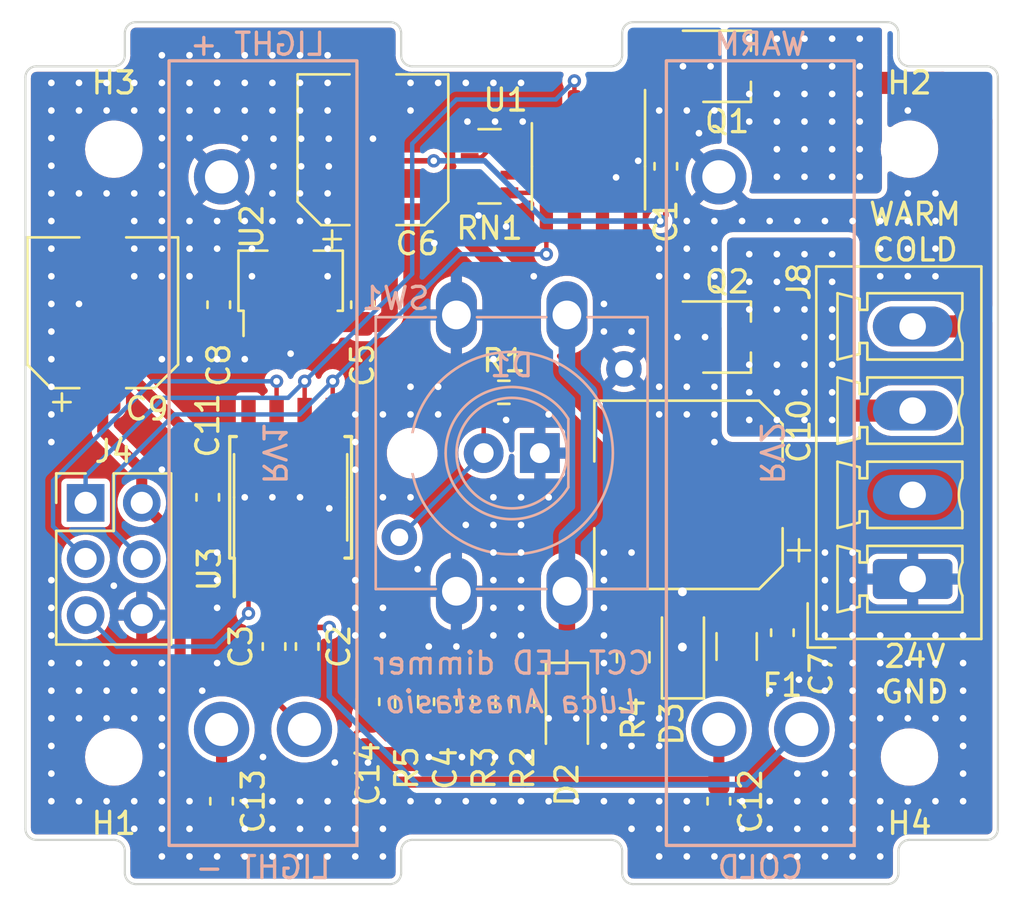
<source format=kicad_pcb>
(kicad_pcb (version 20211014) (generator pcbnew)
  (layers (0 "F.Cu" signal) (31 "B.Cu" signal) (34 "B.Paste" user) (35 "F.Paste" user) (36 "B.SilkS" user "B.Silkscreen") (37 "F.SilkS" user "F.Silkscreen") (38 "B.Mask" user) (39 "F.Mask" user) (44 "Edge.Cuts" user))
  (net 0 "")
  (net 1 "GND")
  (net 2 "+24V")
  (net 3 "Net-(Q1-Pad1)")
  (net 4 "Net-(Q2-Pad1)")
  (net 5 "+5V")
  (net 6 "/PB3")
  (net 7 "/PB4")
  (net 8 "/PB1")
  (net 9 "/PB2")
  (net 10 "/PB0")
  (net 11 "/PB5")
  (net 12 "VCC")
  (net 13 "/switch/LED")
  (net 14 "Net-(D2-Pad1)")
  (net 15 "Net-(D3-Pad1)")
  (net 16 "Net-(RN1-Pad1)")
  (net 17 "Net-(RN1-Pad4)")
  (net 18 "Net-(C4-Pad1)")
  (net 19 "/Bout")
  (net 20 "/Aout")
  (footprint "MountingHole:MountingHole_2.1mm" (layer "F.Cu") (at 158 86.25)
    (fp_text reference "H2")
    (fp_text value "MountingHole")
  )
  (footprint "MountingHole:MountingHole_2.1mm" (layer "F.Cu") (at 158 113.75 180)
    (fp_text reference "H4")
    (fp_text value "MountingHole")
  )
  (footprint "Resistor_SMD:R_0603_1608Metric_Pad0.98x0.95mm_HandSolder" (layer "F.Cu") (at 135.25 111.25 90)
    (fp_text reference "R5")
    (fp_text value "R")
  )
  (footprint "Connector_PinHeader_2.54mm:PinHeader_2x03_P2.54mm_Vertical" (layer "F.Cu") (at 120.725 102.25)
    (fp_text reference "J4")
    (fp_text value "AVR-ISP-6")
  )
  (footprint "Capacitor_SMD:C_0603_1608Metric_Pad1.08x0.95mm_HandSolder" (layer "F.Cu") (at 133.5 111.25 90)
    (fp_text reference "C14")
    (fp_text value "C")
  )
  (footprint "Resistor_SMD:R_Array_Convex_4x0603" (layer "F.Cu") (at 139 87.025 180)
    (fp_text reference "RN1")
    (fp_text value "R_Pack04_Split")
  )
  (footprint "Package_TO_SOT_SMD:SOT-23W_Handsoldering" (layer "F.Cu") (at 149.75 82.5)
    (fp_text reference "Q1")
    (fp_text value "AO3400A")
  )
  (footprint "Connector_Phoenix_MC:PhoenixContact_MCV_1,5_4-G-3.81_1x04_P3.81mm_Vertical" (layer "F.Cu") (at 158.1425 105.6975 90)
    (fp_text reference "J8")
    (fp_text value "Screw_Terminal_01x04")
  )
  (footprint "Capacitor_SMD:C_0603_1608Metric_Pad1.08x0.95mm_HandSolder" (layer "F.Cu") (at 146.975 87.025 90)
    (fp_text reference "C1")
    (fp_text value "C")
  )
  (footprint "Capacitor_SMD:C_0603_1608Metric_Pad1.08x0.95mm_HandSolder" (layer "F.Cu") (at 126.75 93.2875 90)
    (fp_text reference "C8")
    (fp_text value "C")
  )
  (footprint "Resistor_SMD:R_0603_1608Metric_Pad0.98x0.95mm_HandSolder" (layer "F.Cu") (at 140.5 111.25 -90)
    (fp_text reference "R2")
    (fp_text value "R")
  )
  (footprint "Capacitor_SMD:CP_Elec_8x6.7" (layer "F.Cu") (at 148 101.8875 180)
    (fp_text reference "C10")
    (fp_text value "C_Polarized")
  )
  (footprint "Capacitor_SMD:C_0603_1608Metric_Pad1.08x0.95mm_HandSolder" (layer "F.Cu") (at 137 111.25 90)
    (fp_text reference "C4")
    (fp_text value "C")
  )
  (footprint "Resistor_SMD:R_0603_1608Metric_Pad0.98x0.95mm_HandSolder" (layer "F.Cu") (at 139.6475 97.25)
    (fp_text reference "R1")
    (fp_text value "R")
  )
  (footprint "Capacitor_SMD:C_0603_1608Metric_Pad1.08x0.95mm_HandSolder" (layer "F.Cu") (at 149.375 115.75 -90)
    (fp_text reference "C12")
    (fp_text value "C")
  )
  (footprint "Capacitor_SMD:C_0603_1608Metric_Pad1.08x0.95mm_HandSolder" (layer "F.Cu") (at 126.875 115.75 -90)
    (fp_text reference "C13")
    (fp_text value "C")
  )
  (footprint "MountingHole:MountingHole_2.1mm" (layer "F.Cu") (at 122 113.75 180)
    (fp_text reference "H1")
    (fp_text value "MountingHole")
  )
  (footprint "Package_SO:SOIC-8W_5.3x5.3mm_P1.27mm" (layer "F.Cu") (at 130 102 90)
    (fp_text reference "U3")
    (fp_text value "ATtiny13A-S")
  )
  (footprint "Fuse:Fuse_1206_3216Metric_Pad1.42x1.75mm_HandSolder" (layer "F.Cu") (at 150.18 108.75 -90)
    (fp_text reference "F1")
    (fp_text value "Fuse")
  )
  (footprint "Resistor_SMD:R_0805_2012Metric_Pad1.20x1.40mm_HandSolder" (layer "F.Cu") (at 145.5 109.2375 90)
    (fp_text reference "R4")
    (fp_text value "R")
  )
  (footprint "Package_SO:SOIC-8_3.9x4.9mm_P1.27mm" (layer "F.Cu") (at 143.475 87.025 -90)
    (fp_text reference "U1")
    (fp_text value "LM358")
  )
  (footprint "Capacitor_SMD:C_0603_1608Metric_Pad1.08x0.95mm_HandSolder" (layer "F.Cu") (at 126.25 102 -90)
    (fp_text reference "C11")
    (fp_text value "C")
  )
  (footprint "Capacitor_SMD:CP_Elec_6.3x5.4" (layer "F.Cu") (at 121.5 93.65 90)
    (fp_text reference "C9")
    (fp_text value "C_Polarized")
  )
  (footprint "Package_TO_SOT_SMD:SOT-89-3" (layer "F.Cu") (at 130 92.5 90)
    (fp_text reference "U2")
    (fp_text value "L78L05_SOT89")
  )
  (footprint "Diode_SMD:Nexperia_CFP3_SOD-123W" (layer "F.Cu") (at 142.5 111.75 -90)
    (fp_text reference "D2")
    (fp_text value "D_Zener")
  )
  (footprint "MountingHole:MountingHole_2.1mm" (layer "F.Cu") (at 122 86.25)
    (fp_text reference "H3")
    (fp_text value "MountingHole")
  )
  (footprint "Capacitor_SMD:C_0603_1608Metric_Pad1.08x0.95mm_HandSolder" (layer "F.Cu") (at 133.25 93.2875 90)
    (fp_text reference "C5")
    (fp_text value "C")
  )
  (footprint "Capacitor_SMD:C_0603_1608Metric_Pad1.08x0.95mm_HandSolder" (layer "F.Cu") (at 129.25 108.75 -90)
    (fp_text reference "C3")
    (fp_text value "C")
  )
  (footprint "Capacitor_SMD:CP_Elec_6.3x5.4" (layer "F.Cu") (at 133.725 86.275 90)
    (fp_text reference "C6")
    (fp_text value "C_Polarized")
  )
  (footprint "Resistor_SMD:R_0603_1608Metric_Pad0.98x0.95mm_HandSolder" (layer "F.Cu") (at 138.75 111.25 -90)
    (fp_text reference "R3")
    (fp_text value "R")
  )
  (footprint "Diode_SMD:Nexperia_CFP3_SOD-123W" (layer "F.Cu") (at 147.75 108.8375 90)
    (fp_text reference "D3")
    (fp_text value "D_Zener")
  )
  (footprint "Package_SO:SOIC-8_3.9x4.9mm_P1.27mm" (layer "F.Cu") (at 130 102 90)
    (fp_text reference "U4" hide)
    (fp_text value "ATtiny13A-SS")
  )
  (footprint "Package_TO_SOT_SMD:SOT-23W_Handsoldering" (layer "F.Cu") (at 149.75 94.75)
    (fp_text reference "Q2")
    (fp_text value "AO3400A")
  )
  (footprint "Capacitor_SMD:C_0603_1608Metric_Pad1.08x0.95mm_HandSolder" (layer "F.Cu") (at 152.25 108.125 -90)
    (fp_text reference "C7")
    (fp_text value "C")
  )
  (footprint "Capacitor_SMD:C_0603_1608Metric_Pad1.08x0.95mm_HandSolder" (layer "F.Cu") (at 130.75 108.75 -90)
    (fp_text reference "C2")
    (fp_text value "C")
  )
  (footprint "Library:Alpha_RA2043F-20" (layer "B.Cu") (at 128.75 100 90)
    (fp_text reference "RV1")
    (fp_text value "R_Potentiometer")
  )
  (footprint "LED_THT:LED_D5.0mm_Clear" (layer "B.Cu") (at 141.275 100 180)
    (fp_text reference "D1")
    (fp_text value "LED")
  )
  (footprint "Library:Alpha_RA2043F-20" (layer "B.Cu") (at 151.25 100 90)
    (fp_text reference "RV2")
    (fp_text value "R_Potentiometer")
  )
  (footprint "Library:SW_PUSH-12mm_LED" (layer "B.Cu") (at 140 100 -90)
    (fp_text reference "SW1")
    (fp_text value "SW_Push_LED")
  )
  (gr_line locked (start 134.999999 82.000001) (end 135 81) (layer "Edge.Cuts") (width 0.1))
  (gr_arc locked (start 144.999999 80.999999) (mid 145.146446 80.646446) (end 145.499999 80.499999) (layer "Edge.Cuts") (width 0.1))
  (gr_arc locked (start 145.499999 119.500001) (mid 145.146446 119.353554) (end 144.999999 119.000001) (layer "Edge.Cuts") (width 0.1))
  (gr_line locked (start 117.999999 82.999999) (end 117.999999 117.000001) (layer "Edge.Cuts") (width 0.1))
  (gr_arc locked (start 144.500001 117.499999) (mid 144.853554 117.646446) (end 145.000001 117.999999) (layer "Edge.Cuts") (width 0.1))
  (gr_arc locked (start 122.500001 82.000001) (mid 122.353554 82.353554) (end 122.000001 82.500001) (layer "Edge.Cuts") (width 0.1))
  (gr_line locked (start 135.499999 117.499999) (end 144.500001 117.499999) (layer "Edge.Cuts") (width 0.1))
  (gr_line locked (start 122.999999 119.500001) (end 134.500001 119.500001) (layer "Edge.Cuts") (width 0.1))
  (gr_line locked (start 157.999999 117.499999) (end 161.500001 117.500002) (layer "Edge.Cuts") (width 0.1))
  (gr_arc locked (start 118.499999 117.500001) (mid 118.146446 117.353554) (end 117.999999 117.000001) (layer "Edge.Cuts") (width 0.1))
  (gr_arc locked (start 157.500001 119.000001) (mid 157.353554 119.353554) (end 157.000001 119.500001) (layer "Edge.Cuts") (width 0.1))
  (gr_line locked (start 145.000001 117.999999) (end 145 119) (layer "Edge.Cuts") (width 0.1))
  (gr_line locked (start 162.000001 83) (end 162.000001 117.000002) (layer "Edge.Cuts") (width 0.1))
  (gr_arc locked (start 122.000001 117.499999) (mid 122.353554 117.646446) (end 122.500001 117.999999) (layer "Edge.Cuts") (width 0.1))
  (gr_arc locked (start 161.500001 82.499999) (mid 161.853554 82.646446) (end 162.000001 82.999999) (layer "Edge.Cuts") (width 0.1))
  (gr_line locked (start 157.000001 119.500001) (end 145.499999 119.500001) (layer "Edge.Cuts") (width 0.1))
  (gr_line locked (start 145.000001 82.000001) (end 145 81) (layer "Edge.Cuts") (width 0.1))
  (gr_line locked (start 144.500001 82.500001) (end 135.499999 82.500001) (layer "Edge.Cuts") (width 0.1))
  (gr_arc locked (start 157.000001 80.499999) (mid 157.353554 80.646446) (end 157.500001 80.999999) (layer "Edge.Cuts") (width 0.1))
  (gr_line locked (start 122.500001 117.999999) (end 122.499999 119.000001) (layer "Edge.Cuts") (width 0.1))
  (gr_line locked (start 157.000001 80.499999) (end 145.499999 80.499999) (layer "Edge.Cuts") (width 0.1))
  (gr_line locked (start 118.499999 82.500003) (end 122.000001 82.500001) (layer "Edge.Cuts") (width 0.1))
  (gr_arc locked (start 135.499999 82.500001) (mid 135.146446 82.353554) (end 134.999999 82.000001) (layer "Edge.Cuts") (width 0.1))
  (gr_arc locked (start 145.000001 82.000001) (mid 144.853554 82.353554) (end 144.500001 82.500001) (layer "Edge.Cuts") (width 0.1))
  (gr_line locked (start 122.999999 80.499999) (end 134.500001 80.499999) (layer "Edge.Cuts") (width 0.1))
  (gr_line locked (start 157.499999 82.000001) (end 157.500001 80.999999) (layer "Edge.Cuts") (width 0.1))
  (gr_line locked (start 134.999999 117.999999) (end 135 119) (layer "Edge.Cuts") (width 0.1))
  (gr_line locked (start 122.500001 82.000001) (end 122.499999 80.999999) (layer "Edge.Cuts") (width 0.1))
  (gr_arc locked (start 135.000001 119.000001) (mid 134.853554 119.353554) (end 134.500001 119.500001) (layer "Edge.Cuts") (width 0.1))
  (gr_arc locked (start 117.999999 82.999999) (mid 118.146446 82.646446) (end 118.499999 82.499999) (layer "Edge.Cuts") (width 0.1))
  (gr_arc locked (start 157.999999 82.500001) (mid 157.646446 82.353554) (end 157.499999 82.000001) (layer "Edge.Cuts") (width 0.1))
  (gr_line locked (start 157.999999 82.500001) (end 161.500001 82.499999) (layer "Edge.Cuts") (width 0.1))
  (gr_arc locked (start 162.000001 117.000002) (mid 161.853554 117.353555) (end 161.500001 117.500002) (layer "Edge.Cuts") (width 0.1))
  (gr_arc locked (start 134.999999 117.999999) (mid 135.146446 117.646446) (end 135.499999 117.499999) (layer "Edge.Cuts") (width 0.1))
  (gr_line locked (start 157.499999 117.999999) (end 157.500001 119.000001) (layer "Edge.Cuts") (width 0.1))
  (gr_arc locked (start 122.999999 119.500001) (mid 122.646446 119.353554) (end 122.499999 119.000001) (layer "Edge.Cuts") (width 0.1))
  (gr_arc locked (start 134.500001 80.499999) (mid 134.853554 80.646446) (end 135.000001 80.999999) (layer "Edge.Cuts") (width 0.1))
  (gr_arc locked (start 122.499999 80.999999) (mid 122.646446 80.646446) (end 122.999999 80.499999) (layer "Edge.Cuts") (width 0.1))
  (gr_arc locked (start 157.499999 117.999999) (mid 157.646446 117.646446) (end 157.999999 117.499999) (layer "Edge.Cuts") (width 0.1))
  (gr_line locked (start 122.000001 117.499999) (end 118.499999 117.500001) (layer "Edge.Cuts") (width 0.1))
  (gr_text "LIGHT -" (at 128.75 118.75) (layer "B.SilkS") (effects (font (size 1 1)) (justify mirror)))
  (gr_text "WARM" (at 151.25 81.5) (layer "B.SilkS") (effects (font (size 1 1)) (justify mirror)))
  (gr_text "CCT LED dimmer" (at 140 109.5) (layer "B.SilkS") (effects (font (size 1 1)) (justify mirror)))
  (gr_text "LIGHT +" (at 128.5 81.5) (layer "B.SilkS") (effects (font (size 1 1)) (justify mirror)))
  (gr_text "COLD" (at 151.25 118.75) (layer "B.SilkS") (effects (font (size 1 1)) (justify mirror)))
  (gr_text "Luca Anastasio" (at 140 111.25) (layer "B.SilkS") (effects (font (size 1 1) (thickness 0.15) italic) (justify mirror)))
  (gr_text "WARM\nCOLD" (at 158.25 90) (layer "F.SilkS") (effects (font (size 1 1))))
  (gr_text "24V\nGND" (at 158.2425 110) (layer "F.SilkS") (effects (font (size 1 1))))
  (via (at 151.675 116.999677) (size 0.6) (drill 0.3) (layers "F.Cu" "B.Cu") (net 1))
  (via (at 152.925 114.499677) (size 0.6) (drill 0.3) (layers "F.Cu" "B.Cu") (net 1))
  (via (at 137.75 113.75) (size 0.6) (drill 0.3) (layers "F.Cu" "B.Cu") (net 1))
  (via (at 134.175 101.999677) (size 0.6) (drill 0.3) (layers "F.Cu" "B.Cu") (net 1))
  (via (at 139.25 113.75) (size 0.6) (drill 0.3) (layers "F.Cu" "B.Cu") (net 1))
  (via (at 132.925 115.749677) (size 0.6) (drill 0.3) (layers "F.Cu" "B.Cu") (net 1))
  (via (at 131.675 90.749677) (size 0.6) (drill 0.3) (layers "F.Cu" "B.Cu") (net 1))
  (via (at 156.675 108.249677) (size 0.6) (drill 0.3) (layers "F.Cu" "B.Cu") (net 1))
  (via (at 159.175 115.749677) (size 0.6) (drill 0.3) (layers "F.Cu" "B.Cu") (net 1))
  (via (at 146.675 84.499677) (size 0.6) (drill 0.3) (layers "F.Cu" "B.Cu") (net 1))
  (via (at 156.675 91.999677) (size 0.6) (drill 0.3) (layers "F.Cu" "B.Cu") (net 1))
  (via (at 135.425 98.249677) (size 0.6) (drill 0.3) (layers "F.Cu" "B.Cu") (net 1))
  (via (at 160.425 108.249677) (size 0.6) (drill 0.3) (layers "F.Cu" "B.Cu") (net 1))
  (via (at 147.725 108.775) (size 0.8) (drill 0.4) (layers "F.Cu" "B.Cu") (net 1))
  (via (at 149.175 98.249677) (size 0.6) (drill 0.3) (layers "F.Cu" "B.Cu") (net 1))
  (via (at 157.925 91.999677) (size 0.6) (drill 0.3) (layers "F.Cu" "B.Cu") (net 1))
  (via (at 119.175 93.249677) (size 0.6) (drill 0.3) (layers "F.Cu" "B.Cu") (net 1))
  (via (at 159.175 91.999677) (size 0.6) (drill 0.3) (layers "F.Cu" "B.Cu") (net 1))
  (via (at 129.175 84.499677) (size 0.6) (drill 0.3) (layers "F.Cu" "B.Cu") (net 1))
  (via (at 159.175 90.749677) (size 0.6) (drill 0.3) (layers "F.Cu" "B.Cu") (net 1))
  (via (at 133.5 114) (size 0.6) (drill 0.3) (layers "F.Cu" "B.Cu") (net 1))
  (via (at 145.425 116.999677) (size 0.6) (drill 0.3) (layers "F.Cu" "B.Cu") (net 1))
  (via (at 136.675 115.749677) (size 0.6) (drill 0.3) (layers "F.Cu" "B.Cu") (net 1))
  (via (at 128.75 113.75) (size 0.6) (drill 0.3) (layers "F.Cu" "B.Cu") (net 1))
  (via (at 128.25 90.75) (size 0.6) (drill 0.3) (layers "F.Cu" "B.Cu") (net 1))
  (via (at 124.175 86.999677) (size 0.6) (drill 0.3) (layers "F.Cu" "B.Cu") (net 1))
  (via (at 140.425 83.249677) (size 0.6) (drill 0.3) (layers "F.Cu" "B.Cu") (net 1))
  (via (at 142.925 115.749677) (size 0.6) (drill 0.3) (layers "F.Cu" "B.Cu") (net 1))
  (via (at 140.5 85) (size 0.6) (drill 0.3) (layers "F.Cu" "B.Cu") (net 1))
  (via (at 127.925 115.749677) (size 0.6) (drill 0.3) (layers "F.Cu" "B.Cu") (net 1))
  (via (at 157.925 109.499677) (size 0.6) (drill 0.3) (layers "F.Cu" "B.Cu") (net 1))
  (via (at 136.675 96.999677) (size 0.6) (drill 0.3) (layers "F.Cu" "B.Cu") (net 1))
  (via (at 145.425 111.999677) (size 0.6) (drill 0.3) (layers "F.Cu" "B.Cu") (net 1))
  (via (at 157.925 108.249677) (size 0.6) (drill 0.3) (layers "F.Cu" "B.Cu") (net 1))
  (via (at 152.925 116.999677) (size 0.6) (drill 0.3) (layers "F.Cu" "B.Cu") (net 1))
  (via (at 134.175 98.249677) (size 0.6) (drill 0.3) (layers "F.Cu" "B.Cu") (net 1))
  (via (at 131.675 88.249677) (size 0.6) (drill 0.3) (layers "F.Cu" "B.Cu") (net 1))
  (via (at 147.925 91.999677) (size 0.6) (drill 0.3) (layers "F.Cu" "B.Cu") (net 1))
  (via (at 135.425 115.749677) (size 0.6) (drill 0.3) (layers "F.Cu" "B.Cu") (net 1))
  (via (at 125.425 116.999677) (size 0.6) (drill 0.3) (layers "F.Cu" "B.Cu") (net 1))
  (via (at 120.425 93.249677) (size 0.6) (drill 0.3) (layers "F.Cu" "B.Cu") (net 1))
  (via (at 136.675 98.249677) (size 0.6) (drill 0.3) (layers "F.Cu" "B.Cu") (net 1))
  (via (at 122.925 116.999677) (size 0.6) (drill 0.3) (layers "F.Cu" "B.Cu") (net 1))
  (via (at 130.425 116.999677) (size 0.6) (drill 0.3) (layers "F.Cu" "B.Cu") (net 1))
  (via (at 147.925 89.499677) (size 0.6) (drill 0.3) (layers "F.Cu" "B.Cu") (net 1))
  (via (at 151.675 115.749677) (size 0.6) (drill 0.3) (layers "F.Cu" "B.Cu") (net 1))
  (via (at 130.425 81.999677) (size 0.6) (drill 0.3) (layers "F.Cu" "B.Cu") (net 1))
  (via (at 132.925 100.749677) (size 0.6) (drill 0.3) (layers "F.Cu" "B.Cu") (net 1))
  (via (at 121.675 83.249677) (size 0.6) (drill 0.3) (layers "F.Cu" "B.Cu") (net 1))
  (via (at 141 92) (size 0.6) (drill 0.3) (layers "F.Cu" "B.Cu") (net 1))
  (via (at 119.175 95.749677) (size 0.6) (drill 0.3) (layers "F.Cu" "B.Cu") (net 1))
  (via (at 119.175 106.999677) (size 0.6) (drill 0.3) (layers "F.Cu" "B.Cu") (net 1))
  (via (at 130.425 101.999677) (size 0.6) (drill 0.3) (layers "F.Cu" "B.Cu") (net 1))
  (via (at 149.175 96.999677) (size 0.6) (drill 0.3) (layers "F.Cu" "B.Cu") (net 1))
  (via (at 155.425 89.499677) (size 0.6) (drill 0.3) (layers "F.Cu" "B.Cu") (net 1))
  (via (at 147.925 96.999677) (size 0.6) (drill 0.3) (layers "F.Cu" "B.Cu") (net 1))
  (via (at 147.925 90.749677) (size 0.6) (drill 0.3) (layers "F.Cu" "B.Cu") (net 1))
  (via (at 124.175 100.749677) (size 0.6) (drill 0.3) (layers "F.Cu" "B.Cu") (net 1))
  (via (at 150.425 116.999677) (size 0.6) (drill 0.3) (layers "F.Cu" "B.Cu") (net 1))
  (via (at 119.175 115.749677) (size 0.6) (drill 0.3) (layers "F.Cu" "B.Cu") (net 1))
  (via (at 129.175 101.999677) (size 0.6) (drill 0.3) (layers "F.Cu" "B.Cu") (net 1))
  (via (at 125.425 89.499677) (size 0.6) (drill 0.3) (layers "F.Cu" "B.Cu") (net 1))
  (via (at 147.925 84.499677) (size 0.6) (drill 0.3) (layers "F.Cu" "B.Cu") (net 1))
  (via (at 126.675 95.749677) (size 0.6) (drill 0.3) (layers "F.Cu" "B.Cu") (net 1))
  (via (at 124.175 83.249677) (size 0.6) (drill 0.3) (layers "F.Cu" "B.Cu") (net 1))
  (via (at 126.675 106.999677) (size 0.6) (drill 0.3) (layers "F.Cu" "B.Cu") (net 1))
  (via (at 146.675 116.999677) (size 0.6) (drill 0.3) (layers "F.Cu" "B.Cu") (net 1))
  (via (at 122.925 89.499677) (size 0.6) (drill 0.3) (layers "F.Cu" "B.Cu") (net 1))
  (via (at 139.175 105.749677) (size 0.6) (drill 0.3) (layers "F.Cu" "B.Cu") (net 1))
  (via (at 149.175 90.749677) (size 0.6) (drill 0.3) (layers "F.Cu" "B.Cu") (net 1))
  (via (at 157.925 84.499677) (size 0.6) (drill 0.3) (layers "F.Cu" "B.Cu") (net 1))
  (via (at 119.175 85.749677) (size 0.6) (drill 0.3) (layers "F.Cu" "B.Cu") (net 1))
  (via (at 140.425 101.999677) (size 0.6) (drill 0.3) (layers "F.Cu" "B.Cu") (net 1))
  (via (at 125.425 118.249677) (size 0.6) (drill 0.3) (layers "F.Cu" "B.Cu") (net 1))
  (via (at 125.425 115.749677) (size 0.6) (drill 0.3) (layers "F.Cu" "B.Cu") (net 1))
  (via (at 154.175 105.749677) (size 0.6) (drill 0.3) (layers "F.Cu" "B.Cu") (net 1))
  (via (at 134.175 108.249677) (size 0.6) (drill 0.3) (layers "F.Cu" "B.Cu") (net 1))
  (via (at 124.175 95.749677) (size 0.6) (drill 0.3) (layers "F.Cu" "B.Cu") (net 1))
  (via (at 131.675 81.999677) (size 0.6) (drill 0.3) (layers "F.Cu" "B.Cu") (net 1))
  (via (at 140.425 103.249677) (size 0.6) (drill 0.3) (layers "F.Cu" "B.Cu") (net 1))
  (via (at 127.925 118.249677) (size 0.6) (drill 0.3) (layers "F.Cu" "B.Cu") (net 1))
  (via (at 144.175 106.999677) (size 0.6) (drill 0.3) (layers "F.Cu" "B.Cu") (net 1))
  (via (at 146.675 91.999677) (size 0.6) (drill 0.3) (layers "F.Cu" "B.Cu") (net 1))
  (via (at 130.425 89.499677) (size 0.6) (drill 0.3) (layers "F.Cu" "B.Cu") (net 1))
  (via (at 124.175 84.499677) (size 0.6) (drill 0.3) (layers "F.Cu" "B.Cu") (net 1))
  (via (at 137.925 115.749677) (size 0.6) (drill 0.3) (layers "F.Cu" "B.Cu") (net 1))
  (via (at 132.925 106.999677) (size 0.6) (drill 0.3) (layers "F.Cu" "B.Cu") (net 1))
  (via (at 140.425 108.249677) (size 0.6) (drill 0.3) (layers "F.Cu" "B.Cu") (net 1))
  (via (at 145.425 115.749677) (size 0.6) (drill 0.3) (layers "F.Cu" "B.Cu") (net 1))
  (via (at 156.675 111.999677) (size 0.6) (drill 0.3) (layers "F.Cu" "B.Cu") (net 1))
  (via (at 154.175 115.749677) (size 0.6) (drill 0.3) (layers "F.Cu" "B.Cu") (net 1))
  (via (at 119.175 90.749677) (size 0.6) (drill 0.3) (layers "F.Cu" "B.Cu") (net 1))
  (via (at 155.425 113.249677) (size 0.6) (drill 0.3) (layers "F.Cu" "B.Cu") (net 1))
  (via (at 135.425 101.999677) (size 0.6) (drill 0.3) (layers "F.Cu" "B.Cu") (net 1))
  (via (at 155.425 114.499677) (size 0.6) (drill 0.3) (layers "F.Cu" "B.Cu") (net 1))
  (via (at 131.675 84.499677) (size 0.6) (drill 0.3) (layers "F.Cu" "B.Cu") (net 1))
  (via (at 122.925 111.999677) (size 0.6) (drill 0.3) (layers "F.Cu" "B.Cu") (net 1))
  (via (at 136.25 113.75) (size 0.6) (drill 0.3) (layers "F.Cu" "B.Cu") (net 1))
  (via (at 129.175 115.749677) (size 0.6) (drill 0.3) (layers "F.Cu" "B.Cu") (net 1))
  (via (at 141.675 101.999677) (size 0.6) (drill 0.3) (layers "F.Cu" "B.Cu") (net 1))
  (via (at 144.175 113.249677) (size 0.6) (drill 0.3) (layers "F.Cu" "B.Cu") (net 1))
  (via (at 131.725 87.025) (size 0.6) (drill 0.3) (layers "F.Cu" "B.Cu") (net 1))
  (via (at 119.175 113.249677) (size 0.6) (drill 0.3) (layers "F.Cu" "B.Cu") (net 1))
  (via (at 136.5 90.5) (size 0.6) (drill 0.3) (layers "F.Cu" "B.Cu") (net 1))
  (via (at 139.175 104.499677) (size 0.6) (drill 0.3) (layers "F.Cu" "B.Cu") (net 1))
  (via (at 155.425 116.999677) (size 0.6) (drill 0.3) (layers "F.Cu" "B.Cu") (net 1))
  (via (at 121.675 84.499677) (size 0.6) (drill 0.3) (layers "F.Cu" "B.Cu") (net 1))
  (via (at 146.675 90.749677) (size 0.6) (drill 0.3) (layers "F.Cu" "B.Cu") (net 1))
  (via (at 142.925 111.999677) (size 0.6) (drill 0.3) (layers "F.Cu" "B.Cu") (net 1))
  (via (at 141.675 111.999677) (size 0.6) (drill 0.3) (layers "F.Cu" "B.Cu") (net 1))
  (via (at 147.925 116.999677) (size 0.6) (drill 0.3) (layers "F.Cu" "B.Cu") (net 1))
  (via (at 119.175 84.499677) (size 0.6) (drill 0.3) (layers "F.Cu" "B.Cu") (net 1))
  (via (at 126.675 109.499677) (size 0.6) (drill 0.3) (layers "F.Cu" "B.Cu") (net 1))
  (via (at 119.175 86.999677) (size 0.6) (drill 0.3) (layers "F.Cu" "B.Cu") (net 1))
  (via (at 120.425 110.749677) (size 0.6) (drill 0.3) (layers "F.Cu" "B.Cu") (net 1))
  (via (at 140.75 113.75) (size 0.6) (drill 0.3) (layers "F.Cu" "B.Cu") (net 1))
  (via (at 141.675 115.749677) (size 0.6) (drill 0.3) (layers "F.Cu" "B.Cu") (net 1))
  (via (at 120.425 88.249677) (size 0.6) (drill 0.3) (layers "F.Cu" "B.Cu") (net 1))
  (via (at 135.425 96.999677) (size 0.6) (drill 0.3) (layers "F.Cu" "B.Cu") (net 1))
  (via (at 119.175 94.499677) (size 0.6) (drill 0.3) (layers "F.Cu" "B.Cu") (net 1))
  (via (at 127.925 89.499677) (size 0.6) (drill 0.3) (layers "F.Cu" "B.Cu") (net 1))
  (via (at 130.425 88.249677) (size 0.6) (drill 0.3) (layers "F.Cu" "B.Cu") (net 1))
  (via (at 144.175 115.749677) (size 0.6) (drill 0.3) (layers "F.Cu" "B.Cu") (net 1))
  (via (at 122.925 115.749677) (size 0.6) (drill 0.3) (layers "F.Cu" "B.Cu") (net 1))
  (via (at 156.675 90.749677) (size 0.6) (drill 0.3) (layers "F.Cu" "B.Cu") (net 1))
  (via (at 127.925 85.749677) (size 0.6) (drill 0.3) (layers "F.Cu" "B.Cu") (net 1))
  (via (at 141.675 98.249677) (size 0.6) (drill 0.3) (layers "F.Cu" "B.Cu") (net 1))
  (via (at 151.675 110.749677) (size 0.6) (drill 0.3) (layers "F.Cu" "B.Cu") (net 1))
  (via (at 124.175 91.999677) (size 0.6) (drill 0.3) (layers "F.Cu" "B.Cu") (net 1))
  (via (at 122.925 109.499677) (size 0.6) (drill 0.3) (layers "F.Cu" "B.Cu") (net 1))
  (via (at 119.175 109.499677) (size 0.6) (drill 0.3) (layers "F.Cu" "B.Cu") (net 1))
  (via (at 156.675 116.999677) (size 0.6) (drill 0.3) (layers "F.Cu" "B.Cu") (net 1))
  (via (at 124.175 115.749677) (size 0.6) (drill 0.3) (layers "F.Cu" "B.Cu") (net 1))
  (via (at 138 85) (size 0.6) (drill 0.3) (layers "F.Cu" "B.Cu") (net 1))
  (via (at 154.175 118.249677) (size 0.6) (drill 0.3) (layers "F.Cu" "B.Cu") (net 1))
  (via (at 144.175 93.249677) (size 0.6) (drill 0.3) (layers "F.Cu" "B.Cu") (net 1))
  (via (at 149.175 89.499677) (size 0.6) (drill 0.3) (layers "F.Cu" "B.Cu") (net 1))
  (via (at 132.925 98.249677) (size 0.6) (drill 0.3) (layers "F.Cu" "B.Cu") (net 1))
  (via (at 155.425 110.749677) (size 0.6) (drill 0.3) (layers "F.Cu" "B.Cu") (net 1))
  (via (at 124.175 114.499677) (size 0.6) (drill 0.3) (layers "F.Cu" "B.Cu") (net 1))
  (via (at 119.175 88.249677) (size 0.6) (drill 0.3) (layers "F.Cu" "B.Cu") (net 1))
  (via (at 131.675 115.749677) (size 0.6) (drill 0.3) (layers "F.Cu" "B.Cu") (net 1))
  (via (at 119.175 105.749677) (size 0.6) (drill 0.3) (layers "F.Cu" "B.Cu") (net 1))
  (via (at 122.925 88.249677) (size 0.6) (drill 0.3) (layers "F.Cu" "B.Cu") (net 1))
  (via (at 129.175 88.249677) (size 0.6) (drill 0.3) (layers "F.Cu" "B.Cu") (net 1))
  (via (at 129.175 118.249677) (size 0.6) (drill 0.3) (layers "F.Cu" "B.Cu") (net 1))
  (via (at 130 95.5) (size 0.6) (drill 0.3) (layers "F.Cu" "B.Cu") (net 1))
  (via (at 146.675 115.749677) (size 0.6) (drill 0.3) (layers "F.Cu" "B.Cu") (net 1))
  (via (at 156.675 118.249677) (size 0.6) (drill 0.3) (layers "F.Cu" "B.Cu") (net 1))
  (via (at 156.675 110.749677) (size 0.6) (drill 0.3) (layers "F.Cu" "B.Cu") (net 1))
  (via (at 154.175 116.999677) (size 0.6) (drill 0.3) (layers "F.Cu" "B.Cu") (net 1))
  (via (at 157.925 89.499677) (size 0.6) (drill 0.3) (layers "F.Cu" "B.Cu") (net 1))
  (via (at 155.425 109.499677) (size 0.6) (drill 0.3) (layers "F.Cu" "B.Cu") (net 1))
  (via (at 147.5 94.75) (size 0.6) (drill 0.3) (layers "F.Cu" "B.Cu") (net 1))
  (via (at 122.925 91.999677) (size 0.6) (drill 0.3) (layers "F.Cu" "B.Cu") (net 1))
  (via (at 125.425 95.749677) (size 0.6) (drill 0.3) (layers "F.Cu" "B.Cu") (net 1))
  (via (at 155.425 105.749677) (size 0.6) (drill 0.3) (layers "F.Cu" "B.Cu") (net 1))
  (via (at 137.925 103.249677) (size 0.6) (drill 0.3) (layers "F.Cu" "B.Cu") (net 1))
  (via (at 137.925 83.249677) (size 0.6) (drill 0.3) (layers "F.Cu" "B.Cu") (net 1))
  (via (at 147.925 118.249677) (size 0.6) (drill 0.3) (layers "F.Cu" "B.Cu") (net 1))
  (via (at 131.675 89.499677) (size 0.6) (drill 0.3) (layers "F.Cu" "B.Cu") (net 1))
  (via (at 144.175 104.499677) (size 0.6) (drill 0.3) (layers "F.Cu" "B.Cu") (net 1))
  (via (at 130.425 83.249677) (size 0.6) (drill 0.3) (layers "F.Cu" "B.Cu") (net 1))
  (via (at 126.675 81.999677) (size 0.6) (drill 0.3) (layers "F.Cu" "B.Cu") (net 1))
  (via (at 124.175 109.499677) (size 0.6) (drill 0.3) (layers "F.Cu" "B.Cu") (net 1))
  (via (at 119.175 91.999677) (size 0.6) (drill 0.3) (layers "F.Cu" "B.Cu") (net 1))
  (via (at 130.425 118.249677) (size 0.6) (drill 0.3) (layers "F.Cu" "B.Cu") (net 1))
  (via (at 139.175 101.999677) (size 0.6) (drill 0.3) (layers "F.Cu" "B.Cu") (net 1))
  (via (at 125.425 91.999677) (size 0.6) (drill 0.3) (layers "F.Cu" "B.Cu") (net 1))
  (via (at 124.175 81.999677) (size 0.6) (drill 0.3) (layers "F.Cu" "B.Cu") (net 1))
  (via (at 139.25 85) (size 0.6) (drill 0.3) (layers "F.Cu" "B.Cu") (net 1))
  (via (at 140.425 106.999677) (size 0.6) (drill 0.3) (layers "F.Cu" "B.Cu") (net 1))
  (via (at 135.425 83.249677) (size 0.6) (drill 0.3) (layers "F.Cu" "B.Cu") (net 1))
  (via (at 144.175 110.749677) (size 0.6) (drill 0.3) (layers "F.Cu" "B.Cu") (net 1))
  (via (at 132.925 99.499677) (size 0.6) (drill 0.3) (layers "F.Cu" "B.Cu") (net 1))
  (via (at 147.75 82.5) (size 0.6) (drill 0.3) (layers "F.Cu" "B.Cu") (net 1))
  (via (at 156.675 89.499677) (size 0.6) (drill 0.3) (layers "F.Cu" "B.Cu") (net 1))
  (via (at 149 82.5) (size 0.6) (drill 0.3) (layers "F.Cu" "B.Cu") (net 1))
  (via (at 119.175 108.249677) (size 0.6) (drill 0.3) (layers "F.Cu" "B.Cu") (net 1))
  (via (at 122 106) (size 0.6) (drill 0.3) (layers "F.Cu" "B.Cu") (net 1))
  (via (at 139.175 106.999677) (size 0.6) (drill 0.3) (layers "F.Cu" "B.Cu") (net 1))
  (via (at 149.175 91.999677) (size 0.6) (drill 0.3) (layers "F.Cu" "B.Cu") (net 1))
  (via (at 160.425 111.999677) (size 0.6) (drill 0.3) (layers "F.Cu" "B.Cu") (net 1))
  (via (at 150.425 118.249677) (size 0.6) (drill 0.3) (layers "F.Cu" "B.Cu") (net 1))
  (via (at 132.925 118.249677) (size 0.6) (drill 0.3) (layers "F.Cu" "B.Cu") (net 1))
  (via (at 145.425 94.499677) (size 0.6) (drill 0.3) (layers "F.Cu" "B.Cu") (net 1))
  (via (at 137.5 108.75) (size 0.6) (drill 0.3) (layers "F.Cu" "B.Cu") (net 1))
  (via (at 146.675 118.249677) (size 0.6) (drill 0.3) (layers "F.Cu" "B.Cu") (net 1))
  (via (at 127.925 84.499677) (size 0.6) (drill 0.3) (layers "F.Cu" "B.Cu") (net 1))
  (via (at 139.175 83.249677) (size 0.6) (drill 0.3) (layers "F.Cu" "B.Cu") (net 1))
  (via (at 160.425 113.249677) (size 0.6) (drill 0.3) (layers "F.Cu" "B.Cu") (net 1))
  (via (at 125.425 81.999677) (size 0.6) (drill 0.3) (layers "F.Cu" "B.Cu") (net 1))
  (via (at 159.175 89.499677) (size 0.6) (drill 0.3) (layers "F.Cu" "B.Cu") (net 1))
  (via (at 146.675 111.999677) (size 0.6) (drill 0.3) (layers "F.Cu" "B.Cu") (net 1))
  (via (at 150.425 89.499677) (size 0.6) (drill 0.3) (layers "F.Cu" "B.Cu") (net 1))
  (via (at 159.175 110.749677) (size 0.6) (drill 0.3) (layers "F.Cu" "B.Cu") (net 1))
  (via (at 122.925 83.249677) (size 0.6) (drill 0.3) (layers "F.Cu" "B.Cu") (net 1))
  (via (at 131.675 83.249677) (size 0.6) (drill 0.3) (layers "F.Cu" "B.Cu") (net 1))
  (via (at 156.675 115.749677) (size 0.6) (drill 0.3) (layers "F.Cu" "B.Cu") (net 1))
  (via (at 157.925 115.749677) (size 0.6) (drill 0.3) (layers "F.Cu" "B.Cu") (net 1))
  (via (at 138.5 89.25) (size 0.6) (drill 0.3) (layers "F.Cu" "B.Cu") (net 1))
  (via (at 154.175 110.749677) (size 0.6) (drill 0.3) (layers "F.Cu" "B.Cu") (net 1))
  (via (at 124.175 111.999677) (size 0.6) (drill 0.3) (layers "F.Cu" "B.Cu") (net 1))
  (via (at 160.425 114.499677) (size 0.6) (drill 0.3) (layers "F.Cu" "B.Cu") (net 1))
  (via (at 129.225 87.025) (size 0.6) (drill 0.3) (layers "F.Cu" "B.Cu") (net 1))
  (via (at 119.175 96.999677) (size 0.6) (drill 0.3) (layers "F.Cu" "B.Cu") (net 1))
  (via (at 160.425 109.499677) (size 0.6) (drill 0.3) (layers "F.Cu" "B.Cu") (net 1))
  (via (at 126.675 104.499677) (size 0.6) (drill 0.3) (layers "F.Cu" "B.Cu") (net 1))
  (via (at 135.425 84.499677) (size 0.6) (drill 0.3) (layers "F.Cu" "B.Cu") (net 1))
  (via (at 139.175 108.249677) (size 0.6) (drill 0.3) (layers "F.Cu" "B.Cu") (net 1))
  (via (at 155.425 118.249677) (size 0.6) (drill 0.3) (layers "F.Cu" "B.Cu") (net 1))
  (via (at 126.675 90.749677) (size 0.6) (drill 0.3) (layers "F.Cu" "B.Cu") (net 1))
  (via (at 129.225 85.775) (size 0.6) (drill 0.3) (layers "F.Cu" "B.Cu") (net 1))
  (via (at 125.425 90.749677) (size 0.6) (drill 0.3) (layers "F.Cu" "B.Cu") (net 1))
  (via (at 152.925 115.749677) (size 0.6) (drill 0.3) (layers "F.Cu" "B.Cu") (net 1))
  (via (at 121.675 110.749677) (size 0.6) (drill 0.3) (layers "F.Cu" "B.Cu") (net 1))
  (via (at 119.175 99.499677) (size 0.6) (drill 0.3) (layers "F.Cu" "B.Cu") (net 1))
  (via (at 139.175 95.749677) (size 0.6) (drill 0.3) (layers "F.Cu" "B.Cu") (net 1))
  (via (at 127.925 116.999677) (size 0.6) (drill 0.3) (layers "F.Cu" "B.Cu") (net 1))
  (via (at 120.425 83.249677) (size 0.6) (drill 0.3) (layers "F.Cu" "B.Cu") (net 1))
  (via (at 135.75 105.25) (size 0.6) (drill 0.3) (layers "F.Cu" "B.Cu") (net 1))
  (via (at 148.475 85.525) (size 0.6) (drill 0.3) (layers "F.Cu" "B.Cu") (net 1))
  (via (at 122.925 90.749677) (size 0.6) (drill 0.3) (layers "F.Cu" "B.Cu") (net 1))
  (via (at 149.175 99.499677) (size 0.6) (drill 0.3) (layers "F.Cu" "B.Cu") (net 1))
  (via (at 139.175 103.249677) (size 0.6) (drill 0.3) (layers "F.Cu" "B.Cu") (net 1))
  (via (at 119.175 83.249677) (size 0.6) (drill 0.3) (layers "F.Cu" "B.Cu") (net 1))
  (via (at 139.75 98.5) (size 0.6) (drill 0.3) (layers "F.Cu" "B.Cu") (net 1))
  (via (at 130.475 85.775) (size 0.6) (drill 0.3) (layers "F.Cu" "B.Cu") (net 1))
  (via (at 126.675 105.749677) (size 0.6) (drill 0.3) (layers "F.Cu" "B.Cu") (net 1))
  (via (at 120.425 111.999677) (size 0.6) (drill 0.3) (layers "F.Cu" "B.Cu") (net 1))
  (via (at 155.425 111.999677) (size 0.6) (drill 0.3) (layers "F.Cu" "B.Cu") (net 1))
  (via (at 124.175 110.749677) (size 0.6) (drill 0.3) (layers "F.Cu" "B.Cu") (net 1))
  (via (at 127.925 101.999677) (size 0.6) (drill 0.3) (layers "F.Cu" "B.Cu") (net 1))
  (via (at 140.425 105.749677) (size 0.6) (drill 0.3) (layers "F.Cu" "B.Cu") (net 1))
  (via (at 124.175 90.749677) (size 0.6) (drill 0.3) (layers "F.Cu" "B.Cu") (net 1))
  (via (at 131.675 91.999677) (size 0.6) (drill 0.3) (layers "F.Cu" "B.Cu") (net 1))
  (via (at 134.175 115.749677) (size 0.6) (drill 0.3) (layers "F.Cu" "B.Cu") (net 1))
  (via (at 124.175 116.999677) (size 0.6) (drill 0.3) (layers "F.Cu" "B.Cu") (net 1))
  (via (at 144.175 105.749677) (size 0.6) (drill 0.3) (layers "F.Cu" "B.Cu") (net 1))
  (via (at 134.175 106.999677) (size 0.6) (drill 0.3) (layers "F.Cu" "B.Cu") (net 1))
  (via (at 152.925 118.249677) (size 0.6) (drill 0.3) (layers "F.Cu" "B.Cu") (net 1))
  (via (at 147.925 115.749677) (size 0.6) (drill 0.3) (layers "F.Cu" "B.Cu") (net 1))
  (via (at 155.425 106.999677) (size 0.6) (drill 0.3) (layers "F.Cu" "B.Cu") (net 1))
  (via (at 124.175 113.249677) (size 0.6) (drill 0.3) (layers "F.Cu" "B.Cu") (net 1))
  (via (at 147.925 98.249677) (size 0.6) (drill 0.3) (layers "F.Cu" "B.Cu") (net 1))
  (via (at 132 114) (size 0.6) (drill 0.3) (layers "F.Cu" "B.Cu") (net 1))
  (via (at 120.425 115.749677) (size 0.6) (drill 0.3) (layers "F.Cu" "B.Cu") (net 1))
  (via (at 130.425 84.499677) (size 0.6) (drill 0.3) (layers "F.Cu" "B.Cu") (net 1))
  (via (at 159.175 111.999677) (size 0.6) (drill 0.3) (layers "F.Cu" "B.Cu") (net 1))
  (via (at 147.725 106.275) (size 0.8) (drill 0.4) (layers "F.Cu" "B.Cu") (net 1))
  (via (at 127.925 95.749677) (size 0.6) (drill 0.3) (layers "F.Cu" "B.Cu") (net 1))
  (via (at 144.175 111.999677) (size 0.6) (drill 0.3) (layers "F.Cu" "B.Cu") (net 1))
  (via (at 159.175 108.249677) (size 0.6) (drill 0.3) (layers "F.Cu" "B.Cu") (net 1))
  (via (at 136.675 83.249677) (size 0.6) (drill 0.3) (layers "F.Cu" "B.Cu") (net 1))
  (via (at 153 110.25) (size 0.6) (drill 0.3) (layers "F.Cu" "B.Cu") (net 1))
  (via (at 139.75 89.75) (size 0.6) (drill 0.3) (layers "F.Cu" "B.Cu") (net 1))
  (via (at 134.175 116.999677) (size 0.6) (drill 0.3) (layers "F.Cu" "B.Cu") (net 1))
  (via (at 131.675 116.999677) (size 0.6) (drill 0.3) (layers "F.Cu" "B.Cu") (net 1))
  (via (at 126.675 89.499677) (size 0.6) (drill 0.3) (layers "F.Cu" "B.Cu") (net 1))
  (via (at 139.175 115.749677) (size 0.6) (drill 0.3) (layers "F.Cu" "B.Cu") (net 1))
  (via (at 124.175 85.749677) (size 0.6) (drill 0.3) (layers "F.Cu" "B.Cu") (net 1))
  (via (at 144.175 109.499677) (size 0.6) (drill 0.3) (layers "F.Cu" "B.Cu") (net 1))
  (via (at 150.425 115.749677) (size 0.6) (drill 0.3) (layers "F.Cu" "B.Cu") (net 1))
  (via (at 120.425 109.499677) (size 0.6) (drill 0.3) (layers "F.Cu" "B.Cu") (net 1))
  (via (at 119.175 89.499677) (size 0.6) (drill 0.3) (layers "F.Cu" "B.Cu") (net 1))
  (via (at 160.425 110.749677) (size 0.6) (drill 0.3) (layers "F.Cu" "B.Cu") (net 1))
  (via (at 130.425 115.749677) (size 0.6) (drill 0.3) (layers "F.Cu" "B.Cu") (net 1))
  (via (at 120.425 84.499677) (size 0.6) (drill 0.3) (layers "F.Cu" "B.Cu") (net 1))
  (via (at 119.175 114.499677) (size 0.6) (drill 0.3) (layers "F.Cu" "B.Cu") (net 1))
  (via (at 157.925 90.749677) (size 0.6) (drill 0.3) (layers "F.Cu" "B.Cu") (net 1))
  (via (at 155.425 104.499677) (size 0.6) (drill 0.3) (layers "F.Cu" "B.Cu") (net 1))
  (via (at 132.925 116.999677) (size 0.6) (drill 0.3) (layers "F.Cu" "B.Cu") (net 1))
  (via (at 124.175 89.499677) (size 0.6) (drill 0.3) (layers "F.Cu" "B.Cu") (net 1))
  (via (at 127.925 81.999677) (size 0.6) (drill 0.3) (layers "F.Cu" "B.Cu") (net 1))
  (via (at 154.175 109.499677) (size 0.6) (drill 0.3) (layers "F.Cu" "B.Cu") (net 1))
  (via (at 130.475 87.025) (size 0.6) (drill 0.3) (layers "F.Cu" "B.Cu") (net 1))
  (via (at 126.675 118.249677) (size 0.6) (drill 0.3) (layers "F.Cu" "B.Cu") (net 1))
  (via (at 126.675 84.499677) (size 0.6) (drill 0.3) (layers "F.Cu" "B.Cu") (net 1))
  (via (at 121.675 111.999677) (size 0.6) (drill 0.3) (layers "F.Cu" "B.Cu") (net 1))
  (via (at 140.425 115.749677) (size 0.6) (drill 0.3) (layers "F.Cu" "B.Cu") (net 1))
  (via (at 128.25 91.999677) (size 0.6) (drill 0.3) (layers "F.Cu" "B.Cu") (net 1))
  (via (at 156.675 109.499677) (size 0.6) (drill 0.3) (layers "F.Cu" "B.Cu") (net 1))
  (via (at 122.925 110.749677) (size 0.6) (drill 0.3) (layers "F.Cu" "B.Cu") (net 1))
  (via (at 154.175 114.499677) (size 0.6) (drill 0.3) (layers "F.Cu" "B.Cu") (net 1))
  (via (at 154.175 108.249677) (size 0.6) (drill 0.3) (layers "F.Cu" "B.Cu") (net 1))
  (via (at 151.675 118.249677) (size 0.6) (drill 0.3) (layers "F.Cu" "B.Cu") (net 1))
  (via (at 145.425 113.249677) (size 0.6) (drill 0.3) (layers "F.Cu" "B.Cu") (net 1))
  (via (at 148.75 94.75) (size 0.6) (drill 0.3) (layers "F.Cu" "B.Cu") (net 1))
  (via (at 144.175 94.499677) (size 0.6) (drill 0.3) (layers "F.Cu" "B.Cu") (net 1))
  (via (at 129.175 116.999677) (size 0.6) (drill 0.3) (layers "F.Cu" "B.Cu") (net 1))
  (via (at 149.175 118.249677) (size 0.6) (drill 0.3) (layers "F.Cu" "B.Cu") (net 1))
  (via (at 121.675 115.749677) (size 0.6) (drill 0.3) (layers "F.Cu" "B.Cu") (net 1))
  (via (at 144.725 87.525) (size 0.6) (drill 0.3) (layers "F.Cu" "B.Cu") (net 1))
  (via (at 157.925 111.999677) (size 0.6) (drill 0.3) (layers "F.Cu" "B.Cu") (net 1))
  (via (at 119.175 111.999677) (size 0.6) (drill 0.3) (layers "F.Cu" "B.Cu") (net 1))
  (via (at 129.175 83.249677) (size 0.6) (drill 0.3) (layers "F.Cu" "B.Cu") (net 1))
  (via (at 136.25 108.75) (size 0.6) (drill 0.3) (layers "F.Cu" "B.Cu") (net 1))
  (via (at 140.425 104.499677) (size 0.6) (drill 0.3) (layers "F.Cu" "B.Cu") (net 1))
  (via (at 134.175 118.249677) (size 0.6) (drill 0.3) (layers "F.Cu" "B.Cu") (net 1))
  (via (at 125.425 83.249677) (size 0.6) (drill 0.3) (layers "F.Cu" "B.Cu") (net 1))
  (via (at 131.75 102.5) (size 0.6) (drill 0.3) (layers "F.Cu" "B.Cu") (net 1))
  (via (at 146.675 98.249677) (size 0.6) (drill 0.3) (layers "F.Cu" "B.Cu") (net 1))
  (via (at 155.425 115.749677) (size 0.6) (drill 0.3) (layers "F.Cu" "B.Cu") (net 1))
  (via (at 125.425 85.749677) (size 0.6) (drill 0.3) (layers "F.Cu" "B.Cu") (net 1))
  (via (at 154.175 104.499677) (size 0.6) (drill 0.3) (layers "F.Cu" "B.Cu") (net 1))
  (via (at 132.925 108.249677) (size 0.6) (drill 0.3) (layers "F.Cu" "B.Cu") (net 1))
  (via (at 124.175 118.249677) (size 0.6) (drill 0.3) (layers "F.Cu" "B.Cu") (net 1))
  (via (at 121.675 109.499677) (size 0.6) (drill 0.3) (layers "F.Cu" "B.Cu") (net 1))
  (via (at 152.925 89.499677) (size 0.6) (drill 0.3) (layers "F.Cu" "B.Cu") (net 1))
  (via (at 155.425 108.249677) (size 0.6) (drill 0.3) (layers "F.Cu" "B.Cu") (net 1))
  (via (at 124.175 88.249677) (size 0.6) (drill 0.3) (layers "F.Cu" "B.Cu") (net 1))
  (via (at 146.675 113.249677) (size 0.6) (drill 0.3) (layers "F.Cu" "B.Cu") (net 1))
  (via (at 154.175 89.499677) (size 0.6) (drill 0.3) (layers "F.Cu" "B.Cu") (net 1))
  (via (at 131.725 85.775) (size 0.6) (drill 0.3) (layers "F.Cu" "B.Cu") (net 1))
  (via (at 144.175 108.249677) (size 0.6) (drill 0.3) (layers "F.Cu" "B.Cu") (net 1))
  (via (at 126.675 83.249677) (size 0.6) (drill 0.3) (layers "F.Cu" "B.Cu") (net 1))
  (via (at 160.425 115.749677) (size 0.6) (drill 0.3) (layers "F.Cu" "B.Cu") (net 1))
  (via (at 125.425 84.499677) (size 0.6) (drill 0.3) (layers "F.Cu" "B.Cu") (net 1))
  (via (at 154.175 106.999677) (size 0.6) (drill 0.3) (layers "F.Cu" "B.Cu") (net 1))
  (via (at 157.925 88.249677) (size 0.6) (drill 0.3) (layers "F.Cu" "B.Cu") (net 1))
  (via (at 129.175 81.999677) (size 0.6) (drill 0.3) (layers "F.Cu" "B.Cu") (net 1))
  (via (at 159.175 88.249677) (size 0.6) (drill 0.3) (layers "F.Cu" "B.Cu") (net 1))
  (via (at 157.925 110.749677) (size 0.6) (drill 0.3) (layers "F.Cu" "B.Cu") (net 1))
  (via (at 132.925 105.749677) (size 0.6) (drill 0.3) (layers "F.Cu" "B.Cu") (net 1))
  (via (at 146.675 96.999677) (size 0.6) (drill 0.3) (layers "F.Cu" "B.Cu") (net 1))
  (via (at 151.675 89.499677) (size 0.6) (drill 0.3) (layers "F.Cu" "B.Cu") (net 1))
  (via (at 122.925 84.499677) (size 0.6) (drill 0.3) (layers "F.Cu" "B.Cu") (net 1))
  (via (at 145.425 104.499677) (size 0.6) (drill 0.3) (layers "F.Cu" "B.Cu") (net 1))
  (via (at 119.175 98.249677) (size 0.6) (drill 0.3) (layers "F.Cu" "B.Cu") (net 1))
  (via (at 127.925 83.249677) (size 0.6) (drill 0.3) (layers "F.Cu" "B.Cu") (net 1))
  (via (at 131.675 118.249677) (size 0.6) (drill 0.3) (layers "F.Cu" "B.Cu") (net 1))
  (via (at 159.175 109.499677) (size 0.6) (drill 0.3) (layers "F.Cu" "B.Cu") (net 1))
  (via (at 149.175 84.499677) (size 0.6) (drill 0.3) (layers "F.Cu" "B.Cu") (net 1))
  (via (at 129.175 89.499677) (size 0.6) (drill 0.3) (layers "F.Cu" "B.Cu") (net 1))
  (via (at 133.725 85.775) (size 0.6) (drill 0.3) (layers "F.Cu" "B.Cu") (net 1))
  (via (at 145.725 86.775) (size 0.6) (drill 0.3) (layers "F.Cu" "B.Cu") (net 1))
  (via (at 119.175 110.749677) (size 0.6) (drill 0.3) (layers "F.Cu" "B.Cu") (net 1))
  (via (at 126 110.75) (size 0.6) (drill 0.3) (layers "F.Cu" "B.Cu") (net 1))
  (via (at 121.675 88.249677) (size 0.6) (drill 0.3) (layers "F.Cu" "B.Cu") (net 1))
  (segment (start 136.475 86.775) (end 133.975 86.775) (width 0.25) (layer "F.Cu") (net 2))
  (segment (start 134.475 93.775) (end 134.475 91.9) (width 0.75) (layer "F.Cu") (net 2))
  (segment (start 133.25 94.15) (end 134.1 94.15) (width 0.75) (layer "F.Cu") (net 2))
  (segment (start 146.975 87.8875) (end 146.975 89.25) (width 0.25) (layer "F.Cu") (net 2))
  (segment (start 133.975 86.775) (end 133.725 87.025) (width 0.25) (layer "F.Cu") (net 2))
  (segment (start 136.825 89.075) (end 133.725 89.075) (width 0.75) (layer "F.Cu") (net 2))
  (segment (start 133.725 87.025) (end 133.725 89.075) (width 0.25) (layer "F.Cu") (net 2))
  (segment (start 147 99.25) (end 144.75 99.25) (width 0.75) (layer "F.Cu") (net 2))
  (segment (start 133.725 91.15) (end 133.725 89.075) (width 0.75) (layer "F.Cu") (net 2))
  (segment (start 139.75 94.25) (end 139.75 92) (width 0.75) (layer "F.Cu") (net 2))
  (segment (start 141.5 97.25) (end 142.125 96.625) (width 0.2) (layer "F.Cu") (net 2))
  (segment (start 145.5 108.2375) (end 145.5 106.5) (width 0.75) (layer "F.Cu") (net 2))
  (segment (start 148 100.25) (end 147 99.25) (width 0.75) (layer "F.Cu") (net 2))
  (segment (start 145.8625 87.8875) (end 145.38 88.37) (width 0.4) (layer "F.Cu") (net 2))
  (segment (start 133.25 94.15) (end 131.5 94.15) (width 0.75) (layer "F.Cu") (net 2))
  (segment (start 144.75 99.25) (end 142.125 96.625) (width 0.75) (layer "F.Cu") (net 2))
  (segment (start 142.125 96.625) (end 139.75 94.25) (width 0.75) (layer "F.Cu") (net 2))
  (segment (start 134.1 94.15) (end 134.475 93.775) (width 0.75) (layer "F.Cu") (net 2))
  (segment (start 145.38 88.37) (end 145.38 89.5) (width 0.4) (layer "F.Cu") (net 2))
  (segment (start 148 104) (end 148 100.25) (width 0.75) (layer "F.Cu") (net 2))
  (segment (start 146.975 89.25) (end 146.725 89.5) (width 0.25) (layer "F.Cu") (net 2))
  (segment (start 139.75 92) (end 136.825 89.075) (width 0.75) (layer "F.Cu") (net 2))
  (segment (start 145.8625 87.8875) (end 146.975 87.8875) (width 0.4) (layer "F.Cu") (net 2))
  (segment (start 140.56 97.25) (end 141.5 97.25) (width 0.2) (layer "F.Cu") (net 2))
  (segment (start 134.475 91.9) (end 133.725 91.15) (width 0.75) (layer "F.Cu") (net 2))
  (segment (start 145.5 106.5) (end 148 104) (width 0.75) (layer "F.Cu") (net 2))
  (via (at 146.725 89.5) (size 0.6) (drill 0.3) (layers "F.Cu" "B.Cu") (net 2))
  (via (at 136.475 86.775) (size 0.6) (drill 0.3) (layers "F.Cu" "B.Cu") (net 2))
  (segment (start 141.5 89.5) (end 146.725 89.5) (width 0.25) (layer "B.Cu") (net 2))
  (segment (start 138.775 86.775) (end 141.5 89.5) (width 0.25) (layer "B.Cu") (net 2))
  (segment (start 136.475 86.775) (end 138.775 86.775) (width 0.25) (layer "B.Cu") (net 2))
  (segment (start 139.9 86.625) (end 144.375 86.625) (width 0.2) (layer "F.Cu") (net 3))
  (segment (start 148.05 81.55) (end 146.7 81.55) (width 0.25) (layer "F.Cu") (net 3))
  (segment (start 145.38 85.62) (end 145.38 84.55) (width 0.2) (layer "F.Cu") (net 3))
  (segment (start 144.375 86.625) (end 145.38 85.62) (width 0.2) (layer "F.Cu") (net 3))
  (segment (start 146.7 81.55) (end 145.38 82.87) (width 0.25) (layer "F.Cu") (net 3))
  (segment (start 145.38 82.87) (end 145.38 84.55) (width 0.25) (layer "F.Cu") (net 3))
  (segment (start 139.9 87.425) (end 143.125 87.425) (width 0.2) (layer "F.Cu") (net 4))
  (segment (start 144.11 91.11) (end 146.8 93.8) (width 0.25) (layer "F.Cu") (net 4))
  (segment (start 144.11 89.5) (end 144.11 91.11) (width 0.25) (layer "F.Cu") (net 4))
  (segment (start 143.125 87.425) (end 144.11 88.41) (width 0.2) (layer "F.Cu") (net 4))
  (segment (start 146.8 93.8) (end 148.05 93.8) (width 0.25) (layer "F.Cu") (net 4))
  (segment (start 144.11 88.41) (end 144.11 89.5) (width 0.2) (layer "F.Cu") (net 4))
  (segment (start 121.5 99) (end 123.265 100.765) (width 0.5) (layer "F.Cu") (net 5))
  (segment (start 134.33702 112.94952) (end 139.71298 112.94952) (width 0.2) (layer "F.Cu") (net 5))
  (segment (start 140.6125 114.8875) (end 149.375 114.8875) (width 0.5) (layer "F.Cu") (net 5))
  (segment (start 122.7 96.45) (end 126.25 100) (width 0.5) (layer "F.Cu") (net 5))
  (segment (start 125 114) (end 125.8875 114.8875) (width 0.5) (layer "F.Cu") (net 5))
  (segment (start 139.71298 112.94952) (end 140.5 112.1625) (width 0.2) (layer "F.Cu") (net 5))
  (segment (start 123.265 100.765) (end 123.265 102.25) (width 0.5) (layer "F.Cu") (net 5))
  (segment (start 126.875 114.8875) (end 126.875 112.5) (width 0.5) (layer "F.Cu") (net 5))
  (segment (start 140.5 114.775) (end 140.6125 114.8875) (width 0.2) (layer "F.Cu") (net 5))
  (segment (start 121.5 94.5) (end 121.5 96.45) (width 0.75) (layer "F.Cu") (net 5))
  (segment (start 128.095 100.655) (end 128.095 99.525) (width 0.5) (layer "F.Cu") (net 5))
  (segment (start 123.265 102.25) (end 125 103.985) (width 0.5) (layer "F.Cu") (net 5))
  (segment (start 149.375 114.8875) (end 149.375 112.5) (width 0.5) (layer "F.Cu") (net 5))
  (segment (start 121.5 96.45) (end 122.7 96.45) (width 0.5) (layer "F.Cu") (net 5))
  (segment (start 126.75 94.15) (end 121.85 94.15) (width 0.75) (layer "F.Cu") (net 5))
  (segment (start 125.8875 114.8875) (end 126.875 114.8875) (width 0.5) (layer "F.Cu") (net 5))
  (segment (start 133.5 112.1125) (end 134.33702 112.94952) (width 0.2) (layer "F.Cu") (net 5))
  (segment (start 133.5 112.1125) (end 132.75 112.8625) (width 0.2) (layer "F.Cu") (net 5))
  (segment (start 121.5 96.45) (end 121.5 99) (width 0.5) (layer "F.Cu") (net 5))
  (segment (start 125 103.985) (end 125 114) (width 0.5) (layer "F.Cu") (net 5))
  (segment (start 132.75 112.8625) (end 132.75 114.8875) (width 0.2) (layer "F.Cu") (net 5))
  (segment (start 121.85 94.15) (end 121.5 94.5) (width 0.75) (layer "F.Cu") (net 5))
  (segment (start 133.6375 114.8875) (end 140.6125 114.8875) (width 0.5) (layer "F.Cu") (net 5))
  (segment (start 128.5 94.15) (end 126.75 94.15) (width 0.75) (layer "F.Cu") (net 5))
  (segment (start 127.6125 101.1375) (end 128.095 100.655) (width 0.5) (layer "F.Cu") (net 5))
  (segment (start 126.25 100) (end 126.25 101.1375) (width 0.5) (layer "F.Cu") (net 5))
  (segment (start 132.75 114.8875) (end 133.6375 114.8875) (width 0.2) (layer "F.Cu") (net 5))
  (segment (start 126.875 114.8875) (end 133.6375 114.8875) (width 0.5) (layer "F.Cu") (net 5))
  (segment (start 126.25 101.1375) (end 127.6125 101.1375) (width 0.5) (layer "F.Cu") (net 5))
  (segment (start 129.365 105.65) (end 129.365 106.885) (width 0.25) (layer "F.Cu") (net 6))
  (segment (start 129.365 106.885) (end 129.25 107) (width 0.25) (layer "F.Cu") (net 6))
  (segment (start 129.25 107) (end 129.25 107.8875) (width 0.25) (layer "F.Cu") (net 6))
  (segment (start 128.25 108.25) (end 128.25 110.125) (width 0.25) (layer "F.Cu") (net 6))
  (segment (start 128.6125 107.8875) (end 128.25 108.25) (width 0.25) (layer "F.Cu") (net 6))
  (segment (start 129.25 107.8875) (end 128.6125 107.8875) (width 0.25) (layer "F.Cu") (net 6))
  (segment (start 128.25 110.125) (end 130.625 112.5) (width 0.25) (layer "F.Cu") (net 6))
  (segment (start 130.75 107) (end 130.75 107.8875) (width 0.25) (layer "F.Cu") (net 7))
  (segment (start 130.635 105.65) (end 130.635 106.885) (width 0.25) (layer "F.Cu") (net 7))
  (segment (start 130.75 107.8875) (end 131.75 107.8875) (width 0.25) (layer "F.Cu") (net 7))
  (segment (start 130.635 106.885) (end 130.75 107) (width 0.25) (layer "F.Cu") (net 7))
  (via (at 131.75 107.8875) (size 0.6) (drill 0.3) (layers "F.Cu" "B.Cu") (net 7))
  (segment (start 135.75 115) (end 131.75 111) (width 0.25) (layer "B.Cu") (net 7))
  (segment (start 131.75 111) (end 131.75 107.8875) (width 0.25) (layer "B.Cu") (net 7))
  (segment (start 150.625 115) (end 135.75 115) (width 0.25) (layer "B.Cu") (net 7))
  (segment (start 153.125 112.5) (end 150.625 115) (width 0.25) (layer "B.Cu") (net 7))
  (segment (start 142.84 84.715) (end 142.84 83.16) (width 0.2) (layer "F.Cu") (net 8))
  (segment (start 130.635 98.35) (end 130.635 96.75) (width 0.2) (layer "F.Cu") (net 8))
  (via (at 130.635 96.75) (size 0.6) (drill 0.3) (layers "F.Cu" "B.Cu") (net 8))
  (via (at 142.84 83.16) (size 0.6) (drill 0.3) (layers "F.Cu" "B.Cu") (net 8))
  (segment (start 137.5 84) (end 142 84) (width 0.2) (layer "B.Cu") (net 8))
  (segment (start 120.725 101.025) (end 124.25 97.5) (width 0.2) (layer "B.Cu") (net 8))
  (segment (start 135.5 91.885) (end 135.5 86) (width 0.2) (layer "B.Cu") (net 8))
  (segment (start 135.5 86) (end 137.5 84) (width 0.2) (layer "B.Cu") (net 8))
  (segment (start 130.635 96.75) (end 135.5 91.885) (width 0.2) (layer "B.Cu") (net 8))
  (segment (start 142 84) (end 142.84 83.16) (width 0.2) (layer "B.Cu") (net 8))
  (segment (start 124.25 97.5) (end 129.885 97.5) (width 0.2) (layer "B.Cu") (net 8))
  (segment (start 120.725 102.25) (end 120.725 101.025) (width 0.2) (layer "B.Cu") (net 8))
  (segment (start 129.885 97.5) (end 130.635 96.75) (width 0.2) (layer "B.Cu") (net 8))
  (segment (start 129.365 100.865) (end 129.365 99.525) (width 0.2) (layer "F.Cu") (net 9))
  (segment (start 129.365 99.525) (end 129.365 96.75) (width 0.2) (layer "F.Cu") (net 9))
  (segment (start 132 101.25) (end 129.75 101.25) (width 0.2) (layer "F.Cu") (net 9))
  (segment (start 129.75 101.25) (end 129.365 100.865) (width 0.2) (layer "F.Cu") (net 9))
  (segment (start 133.25 104.5) (end 133.25 102.5) (width 0.2) (layer "F.Cu") (net 9))
  (segment (start 135.25 110.3375) (end 135.25 106.5) (width 0.2) (layer "F.Cu") (net 9))
  (segment (start 135.25 106.5) (end 133.25 104.5) (width 0.2) (layer "F.Cu") (net 9))
  (segment (start 133.25 102.5) (end 132 101.25) (width 0.2) (layer "F.Cu") (net 9))
  (via (at 129.365 96.75) (size 0.6) (drill 0.3) (layers "F.Cu" "B.Cu") (net 9))
  (segment (start 120.725 104.79) (end 119.25 103.315) (width 0.2) (layer "B.Cu") (net 9))
  (segment (start 123.75 96.75) (end 129.365 96.75) (width 0.2) (layer "B.Cu") (net 9))
  (segment (start 119.25 101.25) (end 123.75 96.75) (width 0.2) (layer "B.Cu") (net 9))
  (segment (start 119.25 103.315) (end 119.25 101.25) (width 0.2) (layer "B.Cu") (net 9))
  (segment (start 141.57 89.5) (end 141.57 91) (width 0.2) (layer "F.Cu") (net 10))
  (segment (start 131.905 98.35) (end 131.905 96.75) (width 0.2) (layer "F.Cu") (net 10))
  (via (at 131.905 96.75) (size 0.6) (drill 0.3) (layers "F.Cu" "B.Cu") (net 10))
  (via (at 141.57 91) (size 0.6) (drill 0.3) (layers "F.Cu" "B.Cu") (net 10))
  (segment (start 122 101) (end 124.75 98.25) (width 0.2) (layer "B.Cu") (net 10))
  (segment (start 131.905 96.75) (end 137.655 91) (width 0.2) (layer "B.Cu") (net 10))
  (segment (start 130.405 98.25) (end 131.905 96.75) (width 0.2) (layer "B.Cu") (net 10))
  (segment (start 124.75 98.25) (end 130.405 98.25) (width 0.2) (layer "B.Cu") (net 10))
  (segment (start 122 103.525) (end 122 101) (width 0.2) (layer "B.Cu") (net 10))
  (segment (start 137.655 91) (end 141.57 91) (width 0.2) (layer "B.Cu") (net 10))
  (segment (start 123.265 104.79) (end 122 103.525) (width 0.2) (layer "B.Cu") (net 10))
  (segment (start 128.095 105.65) (end 128.095 107.25) (width 0.2) (layer "F.Cu") (net 11))
  (via (at 128.095 107.25) (size 0.6) (drill 0.3) (layers "F.Cu" "B.Cu") (net 11))
  (segment (start 126.595 108.75) (end 128.095 107.25) (width 0.2) (layer "B.Cu") (net 11))
  (segment (start 122.145 108.75) (end 126.595 108.75) (width 0.2) (layer "B.Cu") (net 11))
  (segment (start 120.725 107.33) (end 122.145 108.75) (width 0.2) (layer "B.Cu") (net 11))
  (segment (start 138.735 97.25) (end 138.735 100) (width 0.2) (layer "F.Cu") (net 13))
  (segment (start 138.73 100) (end 138.735 100) (width 0.2) (layer "F.Cu") (net 13))
  (segment (start 138.73 100) (end 138.735 100) (width 0.2) (layer "B.Cu") (net 13))
  (segment (start 134.92 103.81) (end 138.73 100) (width 0.2) (layer "B.Cu") (net 13))
  (segment (start 140.5125 110.35) (end 140.5 110.3375) (width 0.25) (layer "F.Cu") (net 14))
  (segment (start 142.5 110.35) (end 142.5 106.25) (width 0.75) (layer "F.Cu") (net 14))
  (segment (start 140.5 110.3375) (end 138.75 110.3375) (width 0.25) (layer "F.Cu") (net 14))
  (segment (start 142.5 110.35) (end 140.5125 110.35) (width 0.25) (layer "F.Cu") (net 14))
  (segment (start 143.5 102.75) (end 142.5 103.75) (width 0.75) (layer "B.Cu") (net 14))
  (segment (start 142.5 103.75) (end 142.5 106.25) (width 0.75) (layer "B.Cu") (net 14))
  (segment (start 142.5 96.25) (end 143.5 97.25) (width 0.75) (layer "B.Cu") (net 14))
  (segment (start 142.5 93.75) (end 142.5 96.25) (width 0.75) (layer "B.Cu") (net 14))
  (segment (start 143.5 97.25) (end 143.5 102.75) (width 0.75) (layer "B.Cu") (net 14))
  (segment (start 150.18 110.2375) (end 147.75 110.2375) (width 1) (layer "F.Cu") (net 15))
  (segment (start 147.75 110.2375) (end 145.5 110.2375) (width 1) (layer "F.Cu") (net 15))
  (segment (start 142.84 88.39) (end 142.84 89.5) (width 0.2) (layer "F.Cu") (net 16))
  (segment (start 142.675 88.225) (end 142.84 88.39) (width 0.2) (layer "F.Cu") (net 16))
  (segment (start 139.425 88.225) (end 139.9 88.225) (width 0.2) (layer "F.Cu") (net 16))
  (segment (start 138.1 87.425) (end 138.625 87.425) (width 0.2) (layer "F.Cu") (net 16))
  (segment (start 139.9 88.225) (end 142.675 88.225) (width 0.2) (layer "F.Cu") (net 16))
  (segment (start 138.625 87.425) (end 139.425 88.225) (width 0.2) (layer "F.Cu") (net 16))
  (segment (start 139.425 85.825) (end 139.9 85.825) (width 0.2) (layer "F.Cu") (net 17))
  (segment (start 138.625 86.625) (end 139.425 85.825) (width 0.2) (layer "F.Cu") (net 17))
  (segment (start 144.11 85.64) (end 144.11 84.55) (width 0.2) (layer "F.Cu") (net 17))
  (segment (start 139.9 85.825) (end 143.925 85.825) (width 0.2) (layer "F.Cu") (net 17))
  (segment (start 138.1 86.625) (end 138.625 86.625) (width 0.2) (layer "F.Cu") (net 17))
  (segment (start 143.925 85.825) (end 144.11 85.64) (width 0.2) (layer "F.Cu") (net 17))
  (segment (start 138.75 112.1625) (end 135.25 112.1625) (width 0.25) (layer "F.Cu") (net 18))
  (segment (start 158.1425 98.0775) (end 154.9225 98.0775) (width 1) (layer "F.Cu") (net 19))
  (segment (start 153.25 97.25) (end 152 96) (width 1) (layer "F.Cu") (net 19))
  (segment (start 152 96) (end 151.45 95.45) (width 1) (layer "F.Cu") (net 19))
  (segment (start 154.5 98.5) (end 154.0775 98.0775) (width 1) (layer "F.Cu") (net 19))
  (segment (start 154.9225 98.0775) (end 154.5 98.5) (width 1) (layer "F.Cu") (net 19))
  (segment (start 154.0775 98.0775) (end 153.25 97.25) (width 1) (layer "F.Cu") (net 19))
  (segment (start 151.45 95.45) (end 151.45 94.75) (width 1) (layer "F.Cu") (net 19))
  (via (at 154.5 98.5) (size 0.6) (drill 0.3) (layers "F.Cu" "B.Cu") (net 19))
  (via (at 150.75 96) (size 0.6) (drill 0.3) (layers "F.Cu" "B.Cu") (net 19))
  (via (at 150.75 97.25) (size 0.6) (drill 0.3) (layers "F.Cu" "B.Cu") (net 19))
  (via (at 153.25 94.75) (size 0.6) (drill 0.3) (layers "F.Cu" "B.Cu") (net 19))
  (via (at 152 92.25) (size 0.6) (drill 0.3) (layers "F.Cu" "B.Cu") (net 19))
  (via (at 153.25 96) (size 0.6) (drill 0.3) (layers "F.Cu" "B.Cu") (net 19))
  (via (at 152 97.25) (size 0.6) (drill 0.3) (layers "F.Cu" "B.Cu") (net 19))
  (via (at 153.25 91) (size 0.6) (drill 0.3) (layers "F.Cu" "B.Cu") (net 19))
  (via (at 153.25 93.5) (size 0.6) (drill 0.3) (layers "F.Cu" "B.Cu") (net 19))
  (via (at 152 96) (size 0.6) (drill 0.3) (layers "F.Cu" "B.Cu") (net 19))
  (via (at 150.75 92.25) (size 0.6) (drill 0.3) (layers "F.Cu" "B.Cu") (net 19))
  (via (at 154.5 93.5) (size 0.6) (drill 0.3) (layers "F.Cu" "B.Cu") (net 19))
  (via (at 153.25 98.5) (size 0.6) (drill 0.3) (layers "F.Cu" "B.Cu") (net 19))
  (via (at 153.25 97.25) (size 0.6) (drill 0.3) (layers "F.Cu" "B.Cu") (net 19))
  (via (at 154.5 92.25) (size 0.6) (drill 0.3) (layers "F.Cu" "B.Cu") (net 19))
  (via (at 154.5 94.75) (size 0.6) (drill 0.3) (layers "F.Cu" "B.Cu") (net 19))
  (via (at 154.5 91) (size 0.6) (drill 0.3) (layers "F.Cu" "B.Cu") (net 19))
  (via (at 154.5 97.25) (size 0.6) (drill 0.3) (layers "F.Cu" "B.Cu") (net 19))
  (via (at 153.25 92.25) (size 0.6) (drill 0.3) (layers "F.Cu" "B.Cu") (net 19))
  (via (at 150.75 98.5) (size 0.6) (drill 0.3) (layers "F.Cu" "B.Cu") (net 19))
  (via (at 150.75 93.5) (size 0.6) (drill 0.3) (layers "F.Cu" "B.Cu") (net 19))
  (via (at 152 93.5) (size 0.6) (drill 0.3) (layers "F.Cu" "B.Cu") (net 19))
  (via (at 152 91) (size 0.6) (drill 0.3) (layers "F.Cu" "B.Cu") (net 19))
  (via (at 152 98.5) (size 0.6) (drill 0.3) (layers "F.Cu" "B.Cu") (net 19))
  (via (at 150.75 91) (size 0.6) (drill 0.3) (layers "F.Cu" "B.Cu") (net 19))
  (via (at 154.5 96) (size 0.6) (drill 0.3) (layers "F.Cu" "B.Cu") (net 19))
  (segment (start 161.25 85) (end 159.5 83.25) (width 1) (layer "F.Cu") (net 20))
  (segment (start 159.5 83.25) (end 156.25 83.25) (width 1) (layer "F.Cu") (net 20))
  (segment (start 155.5 82.5) (end 151.45 82.5) (width 1) (layer "F.Cu") (net 20))
  (segment (start 161.25 93.25) (end 161.25 85) (width 1) (layer "F.Cu") (net 20))
  (segment (start 158.1425 94.2675) (end 160.2325 94.2675) (width 1) (layer "F.Cu") (net 20))
  (segment (start 160.2325 94.2675) (end 161.25 93.25) (width 1) (layer "F.Cu") (net 20))
  (segment (start 156.25 83.25) (end 155.5 82.5) (width 1) (layer "F.Cu") (net 20))
  (via (at 154.5 82.5) (size 0.6) (drill 0.3) (layers "F.Cu" "B.Cu") (net 20))
  (via (at 153.25 87.5) (size 0.6) (drill 0.3) (layers "F.Cu" "B.Cu") (net 20))
  (via (at 154.5 86.25) (size 0.6) (drill 0.3) (layers "F.Cu" "B.Cu") (net 20))
  (via (at 153.25 85) (size 0.6) (drill 0.3) (layers "F.Cu" "B.Cu") (net 20))
  (via (at 152 86.25) (size 0.6) (drill 0.3) (layers "F.Cu" "B.Cu") (net 20))
  (via (at 152 81.25) (size 0.6) (drill 0.3) (layers "F.Cu" "B.Cu") (net 20))
  (via (at 153.25 83.75) (size 0.6) (drill 0.3) (layers "F.Cu" "B.Cu") (net 20))
  (via (at 153.25 81.25) (size 0.6) (drill 0.3) (layers "F.Cu" "B.Cu") (net 20))
  (via (at 154.5 85) (size 0.6) (drill 0.3) (layers "F.Cu" "B.Cu") (net 20))
  (via (at 154.5 87.5) (size 0.6) (drill 0.3) (layers "F.Cu" "B.Cu") (net 20))
  (via (at 155.75 87.5) (size 0.6) (drill 0.3) (layers "F.Cu" "B.Cu") (net 20))
  (via (at 152 83.75) (size 0.6) (drill 0.3) (layers "F.Cu" "B.Cu") (net 20))
  (via (at 155.75 82.5) (size 0.6) (drill 0.3) (layers "F.Cu" "B.Cu") (net 20))
  (via (at 155.75 81.25) (size 0.6) (drill 0.3) (layers "F.Cu" "B.Cu") (net 20))
  (via (at 154.5 81.25) (size 0.6) (drill 0.3) (layers "F.Cu" "B.Cu") (net 20))
  (via (at 150.75 83.75) (size 0.6) (drill 0.3) (layers "F.Cu" "B.Cu") (net 20))
  (via (at 150.75 85) (size 0.6) (drill 0.3) (layers "F.Cu" "B.Cu") (net 20))
  (via (at 155.75 83.75) (size 0.6) (drill 0.3) (layers "F.Cu" "B.Cu") (net 20))
  (via (at 155.75 86.25) (size 0.6) (drill 0.3) (layers "F.Cu" "B.Cu") (net 20))
  (via (at 152 85) (size 0.6) (drill 0.3) (layers "F.Cu" "B.Cu") (net 20))
  (via (at 154.5 83.75) (size 0.6) (drill 0.3) (layers "F.Cu" "B.Cu") (net 20))
  (via (at 150.75 81.25) (size 0.6) (drill 0.3) (layers "F.Cu" "B.Cu") (net 20))
  (via (at 153.25 86.25) (size 0.6) (drill 0.3) (layers "F.Cu" "B.Cu") (net 20))
  (via (at 153.25 82.5) (size 0.6) (drill 0.3) (layers "F.Cu" "B.Cu") (net 20))
  (via (at 155.75 85) (size 0.6) (drill 0.3) (layers "F.Cu" "B.Cu") (net 20))
  (via (at 152 87.5) (size 0.6) (drill 0.3) (layers "F.Cu" "B.Cu") (net 20))
  (zone (net 20) (net_name "/Aout") (layers F&B.Cu) (priority 1) (connect_pads thru_hole_only (clearance 0.25)) (min_thickness 0.25) (fill yes (thermal_gap 0.508) (thermal_bridge_width 0.508) (smoothing fillet) (radius 0.25))
    (polygon (pts (xy 156.75 80.5) (xy 156.75 88.25) (xy 149.75 88.25) (xy 149.75 80.5)))
  )
  (zone (net 12) (net_name "VCC") (layer "F.Cu") (name "VIN") (priority 1) (connect_pads yes (clearance 0.25)) (min_thickness 0.25) (fill yes (thermal_gap 0.508) (thermal_bridge_width 0.508) (smoothing fillet) (radius 0.25))
    (polygon (pts (xy 153.75 100.6375) (xy 155.5 100.6375) (xy 156.25 100.6375) (xy 160.4425 100.6375) (xy 160.4425 103.1375) (xy 156.49625 103.1375) (xy 153.5 103.1375) (xy 153.05 103.5) (xy 153.05 108.225) (xy 149.05 108.225) (xy 149.05 100.8875) (xy 149.3 100.6375) (xy 152.8 100.6375)))
  )
  (zone (net 19) (net_name "/Bout") (layers F&B.Cu) (priority 1) (connect_pads thru_hole_only (clearance 0.25)) (min_thickness 0.25) (fill yes (thermal_gap 0.508) (thermal_bridge_width 0.508) (smoothing fillet) (radius 0.25))
    (polygon (pts (xy 155.5 99.25) (xy 149.75 99.25) (xy 149.75 90.25) (xy 155.5 90.25)))
  )
  (zone (net 1) (net_name "GND") (layers F&B.Cu) (connect_pads thru_hole_only (clearance 0.25)) (min_thickness 0.25) (fill yes (thermal_gap 0.25) (thermal_bridge_width 0.5) (smoothing fillet) (radius 0.25))
    (polygon (pts (xy 162 119.5) (xy 118 119.5) (xy 118 80.5) (xy 162 80.5)))
  )
)
</source>
